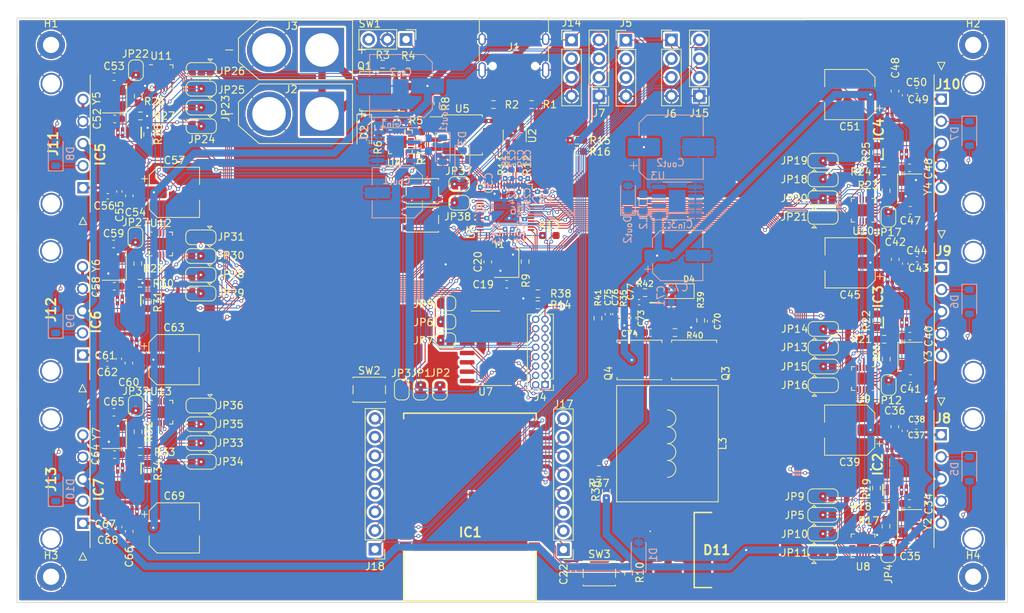
<source format=kicad_pcb>
(kicad_pcb (version 20221018) (generator pcbnew)

  (general
    (thickness 1.6)
  )

  (paper "A4")
  (layers
    (0 "F.Cu" signal)
    (31 "B.Cu" signal)
    (32 "B.Adhes" user "B.Adhesive")
    (33 "F.Adhes" user "F.Adhesive")
    (34 "B.Paste" user)
    (35 "F.Paste" user)
    (36 "B.SilkS" user "B.Silkscreen")
    (37 "F.SilkS" user "F.Silkscreen")
    (38 "B.Mask" user)
    (39 "F.Mask" user)
    (40 "Dwgs.User" user "User.Drawings")
    (41 "Cmts.User" user "User.Comments")
    (42 "Eco1.User" user "User.Eco1")
    (43 "Eco2.User" user "User.Eco2")
    (44 "Edge.Cuts" user)
    (45 "Margin" user)
    (46 "B.CrtYd" user "B.Courtyard")
    (47 "F.CrtYd" user "F.Courtyard")
    (48 "B.Fab" user)
    (49 "F.Fab" user)
    (50 "User.1" user)
    (51 "User.2" user)
    (52 "User.3" user)
    (53 "User.4" user)
    (54 "User.5" user)
    (55 "User.6" user)
    (56 "User.7" user)
    (57 "User.8" user)
    (58 "User.9" user)
  )

  (setup
    (stackup
      (layer "F.SilkS" (type "Top Silk Screen"))
      (layer "F.Paste" (type "Top Solder Paste"))
      (layer "F.Mask" (type "Top Solder Mask") (thickness 0.01))
      (layer "F.Cu" (type "copper") (thickness 0.035))
      (layer "dielectric 1" (type "core") (thickness 1.51) (material "FR4") (epsilon_r 4.5) (loss_tangent 0.02))
      (layer "B.Cu" (type "copper") (thickness 0.035))
      (layer "B.Mask" (type "Bottom Solder Mask") (thickness 0.01))
      (layer "B.Paste" (type "Bottom Solder Paste"))
      (layer "B.SilkS" (type "Bottom Silk Screen"))
      (copper_finish "None")
      (dielectric_constraints no)
    )
    (pad_to_mask_clearance 0)
    (pcbplotparams
      (layerselection 0x00010fc_ffffffff)
      (plot_on_all_layers_selection 0x0000000_00000000)
      (disableapertmacros false)
      (usegerberextensions false)
      (usegerberattributes true)
      (usegerberadvancedattributes true)
      (creategerberjobfile true)
      (dashed_line_dash_ratio 12.000000)
      (dashed_line_gap_ratio 3.000000)
      (svgprecision 4)
      (plotframeref false)
      (viasonmask false)
      (mode 1)
      (useauxorigin false)
      (hpglpennumber 1)
      (hpglpenspeed 20)
      (hpglpendiameter 15.000000)
      (dxfpolygonmode true)
      (dxfimperialunits true)
      (dxfusepcbnewfont true)
      (psnegative false)
      (psa4output false)
      (plotreference true)
      (plotvalue true)
      (plotinvisibletext false)
      (sketchpadsonfab false)
      (subtractmaskfromsilk false)
      (outputformat 1)
      (mirror false)
      (drillshape 1)
      (scaleselection 1)
      (outputdirectory "")
    )
  )

  (net 0 "")
  (net 1 "GND")
  (net 2 "Net-(BOOT_{RP}1-Pad2)")
  (net 3 "Net-(C19-Pad2)")
  (net 4 "/X_{IN}")
  (net 5 "+3V3")
  (net 6 "RESET_{ESP}")
  (net 7 "+1V1")
  (net 8 "Net-(C34-Pad2)")
  (net 9 "/Motor Driver/MOTOR1/X_{IN}")
  (net 10 "Net-(C40-Pad2)")
  (net 11 "/Motor Driver/MOTOR2/X_{IN}")
  (net 12 "Net-(C46-Pad2)")
  (net 13 "/Motor Driver/MOTOR3/X_{IN}")
  (net 14 "Net-(C52-Pad2)")
  (net 15 "/Motor Driver/MOTOR4/X_{IN}")
  (net 16 "Net-(C58-Pad2)")
  (net 17 "/Motor Driver/MOTOR5/X_{IN}")
  (net 18 "Net-(C64-Pad2)")
  (net 19 "/Motor Driver/MOTOR6/X_{IN}")
  (net 20 "VDC")
  (net 21 "+5V")
  (net 22 "Net-(D_{out}1-K)")
  (net 23 "Net-(D_{out}2-K)")
  (net 24 "Net-(J1-CC1)")
  (net 25 "D_{USB}+")
  (net 26 "D_{USB}-")
  (net 27 "unconnected-(J1-SBU1-PadA8)")
  (net 28 "Net-(J1-CC2)")
  (net 29 "unconnected-(J1-SBU2-PadB8)")
  (net 30 "/Motor Driver/MOTOR1/~{FAULT_{CH32}}")
  (net 31 "/Motor Driver/MOTOR1/~{FAULT}")
  (net 32 "IN1_{MOTOR1}")
  (net 33 "/Motor Driver/MOTOR1/IN1")
  (net 34 "/Motor Driver/MOTOR1/IN1_{CH32}")
  (net 35 "IN2_{MOTOR1}")
  (net 36 "/Motor Driver/MOTOR1/IN2")
  (net 37 "/Motor Driver/MOTOR1/IN2_{CH32}")
  (net 38 "~{SLEEP_{MOTOR1}}")
  (net 39 "/Motor Driver/MOTOR1/~{SLEEP}")
  (net 40 "/Motor Driver/MOTOR1/~{SLEEP_{CH32}}")
  (net 41 "SERVO_{MOTOR1}")
  (net 42 "/Motor Driver/MOTOR1/SERVO")
  (net 43 "/Motor Driver/MOTOR1/SERVO_{CH32}")
  (net 44 "/Motor Driver/MOTOR2/~{FAULT_{CH32}}")
  (net 45 "/Motor Driver/MOTOR2/~{FAULT}")
  (net 46 "IN1_{MOTOR2}")
  (net 47 "/Motor Driver/MOTOR2/IN1")
  (net 48 "/Motor Driver/MOTOR2/IN1_{CH32}")
  (net 49 "IN2_{MOTOR2}")
  (net 50 "/Motor Driver/MOTOR2/IN2")
  (net 51 "/Motor Driver/MOTOR2/IN2_{CH32}")
  (net 52 "~{SLEEP_{MOTOR2}}")
  (net 53 "/Motor Driver/MOTOR2/~{SLEEP}")
  (net 54 "/Motor Driver/MOTOR2/~{SLEEP_{CH32}}")
  (net 55 "SERVO_{MOTOR2}")
  (net 56 "/Motor Driver/MOTOR2/SERVO")
  (net 57 "/Motor Driver/MOTOR2/SERVO_{CH32}")
  (net 58 "/Motor Driver/MOTOR3/~{FAULT_{CH32}}")
  (net 59 "/Motor Driver/MOTOR3/~{FAULT}")
  (net 60 "IN1_{MOTOR3}")
  (net 61 "/Motor Driver/MOTOR3/IN1")
  (net 62 "/Motor Driver/MOTOR3/IN1_{CH32}")
  (net 63 "IN2_{MOTOR3}")
  (net 64 "/Motor Driver/MOTOR3/IN2")
  (net 65 "/Motor Driver/MOTOR3/IN2_{CH32}")
  (net 66 "~{SLEEP_{MOTOR3}}")
  (net 67 "/Motor Driver/MOTOR3/~{SLEEP}")
  (net 68 "/Motor Driver/MOTOR3/~{SLEEP_{CH32}}")
  (net 69 "SERVO_{MOTOR3}")
  (net 70 "/Motor Driver/MOTOR3/SERVO")
  (net 71 "/Motor Driver/MOTOR3/SERVO_{CH32}")
  (net 72 "/Motor Driver/MOTOR4/~{FAULT_{CH32}}")
  (net 73 "/Motor Driver/MOTOR4/~{FAULT}")
  (net 74 "IN1_{MOTOR4}")
  (net 75 "/Motor Driver/MOTOR4/IN1")
  (net 76 "/Motor Driver/MOTOR4/IN1_{CH32}")
  (net 77 "IN2_{MOTOR4}")
  (net 78 "/Motor Driver/MOTOR4/IN2")
  (net 79 "/Motor Driver/MOTOR4/IN2_{CH32}")
  (net 80 "~{SLEEP_{MOTOR4}}")
  (net 81 "/Motor Driver/MOTOR4/~{SLEEP}")
  (net 82 "/Motor Driver/MOTOR4/~{SLEEP_{CH32}}")
  (net 83 "SERVO_{MOTOR4}")
  (net 84 "/Motor Driver/MOTOR4/SERVO")
  (net 85 "/Motor Driver/MOTOR4/SERVO_{CH32}")
  (net 86 "/Motor Driver/MOTOR5/~{FAULT_{CH32}}")
  (net 87 "/Motor Driver/MOTOR5/~{FAULT}")
  (net 88 "IN1_{MOTOR5}")
  (net 89 "/Motor Driver/MOTOR5/IN1")
  (net 90 "/Motor Driver/MOTOR5/IN1_{CH32}")
  (net 91 "IN2_{MOTOR5}")
  (net 92 "/Motor Driver/MOTOR5/IN2")
  (net 93 "/Motor Driver/MOTOR5/IN2_{CH32}")
  (net 94 "~{SLEEP_{MOTOR5}}")
  (net 95 "/Motor Driver/MOTOR5/~{SLEEP}")
  (net 96 "/Motor Driver/MOTOR5/~{SLEEP_{CH32}}")
  (net 97 "SERVO_{MOTOR5}")
  (net 98 "/Motor Driver/MOTOR5/SERVO")
  (net 99 "/Motor Driver/MOTOR5/SERVO_{CH32}")
  (net 100 "/Motor Driver/MOTOR6/~{FAULT_{CH32}}")
  (net 101 "/Motor Driver/MOTOR6/~{FAULT}")
  (net 102 "IN1_{MOTOR6}")
  (net 103 "/Motor Driver/MOTOR6/IN1")
  (net 104 "/Motor Driver/MOTOR6/IN1_{CH32}")
  (net 105 "IN2_{MOTOR6}")
  (net 106 "/Motor Driver/MOTOR6/IN2")
  (net 107 "/Motor Driver/MOTOR6/IN2_{CH32}")
  (net 108 "~{SLEEP_{MOTOR6}}")
  (net 109 "/Motor Driver/MOTOR6/~{SLEEP}")
  (net 110 "/Motor Driver/MOTOR6/~{SLEEP_{CH32}}")
  (net 111 "SERVO_{MOTOR6}")
  (net 112 "/Motor Driver/MOTOR6/SERVO")
  (net 113 "/Motor Driver/MOTOR6/SERVO_{CH32}")
  (net 114 "Net-(IC8-VSW)")
  (net 115 "+7.5V")
  (net 116 "Net-(Q1-G)")
  (net 117 "+BATT")
  (net 118 "Net-(R4-Pad2)")
  (net 119 "/CS_{QSPI}")
  (net 120 "/X_{OUT}")
  (net 121 "/D+")
  (net 122 "/D-")
  (net 123 "/RUN")
  (net 124 "/Motor Driver/MOTOR1/X_{OUT}")
  (net 125 "/Motor Driver/MOTOR2/X_{OUT}")
  (net 126 "/Motor Driver/MOTOR3/X_{OUT}")
  (net 127 "/Motor Driver/MOTOR4/X_{OUT}")
  (net 128 "/Motor Driver/MOTOR5/X_{OUT}")
  (net 129 "/Motor Driver/MOTOR6/X_{OUT}")
  (net 130 "unconnected-(U4-PA1-Pad2)")
  (net 131 "unconnected-(U4-PA2-Pad3)")
  (net 132 "unconnected-(U4-PD0-Pad5)")
  (net 133 "unconnected-(U4-PC0-Pad7)")
  (net 134 "SDA_{I2C}")
  (net 135 "SCL_{I2C}")
  (net 136 "unconnected-(U4-PC3-Pad10)")
  (net 137 "/Power Supply/V_{BATT}")
  (net 138 "unconnected-(U4-PC5-Pad12)")
  (net 139 "Net-(IC2-CPL)")
  (net 140 "unconnected-(U4-PC7-Pad14)")
  (net 141 "SWIO_{Power Supply}")
  (net 142 "unconnected-(U4-PD2-Pad16)")
  (net 143 "unconnected-(U4-PD3-Pad17)")
  (net 144 "unconnected-(U4-PD4-Pad18)")
  (net 145 "unconnected-(U4-PD5-Pad19)")
  (net 146 "unconnected-(U4-PD6-Pad20)")
  (net 147 "/SD1_{QSPI}")
  (net 148 "/SD2_{QSPI}")
  (net 149 "/SD0_{QSPI}")
  (net 150 "/SCLK_{QSPI}")
  (net 151 "/SD3_{QSPI}")
  (net 152 "TX_{UART}")
  (net 153 "RX_{UART}")
  (net 154 "/CLK_{SWD}")
  (net 155 "/DIO_{SWD}")
  (net 156 "SWIO")
  (net 157 "/INH")
  (net 158 "unconnected-(U8-PC7-Pad14)")
  (net 159 "unconnected-(U8-PD0-Pad5)")
  (net 160 "unconnected-(U8-PC0-Pad7)")
  (net 161 "unconnected-(U8-PC3-Pad10)")
  (net 162 "/Motor Driver/MOTOR1/I_{PROPI}")
  (net 163 "unconnected-(U8-PC5-Pad12)")
  (net 164 "/Motor Driver/MOTOR1/WS2812")
  (net 165 "SWIO_{MOTOR1}")
  (net 166 "unconnected-(U8-PD6-Pad20)")
  (net 167 "unconnected-(U9-PC7-Pad14)")
  (net 168 "unconnected-(U9-PD0-Pad5)")
  (net 169 "unconnected-(U9-PC0-Pad7)")
  (net 170 "unconnected-(U9-PC3-Pad10)")
  (net 171 "/Motor Driver/MOTOR2/I_{PROPI}")
  (net 172 "unconnected-(U9-PC5-Pad12)")
  (net 173 "/Motor Driver/MOTOR2/WS2812")
  (net 174 "SWIO_{MOTOR2}")
  (net 175 "unconnected-(U9-PD6-Pad20)")
  (net 176 "unconnected-(U10-PC7-Pad14)")
  (net 177 "unconnected-(U10-PD0-Pad5)")
  (net 178 "unconnected-(U10-PC0-Pad7)")
  (net 179 "unconnected-(U10-PC3-Pad10)")
  (net 180 "/Motor Driver/MOTOR3/I_{PROPI}")
  (net 181 "unconnected-(U10-PC5-Pad12)")
  (net 182 "/Motor Driver/MOTOR3/WS2812")
  (net 183 "SWIO_{MOTOR3}")
  (net 184 "unconnected-(U10-PD6-Pad20)")
  (net 185 "unconnected-(U11-PC7-Pad14)")
  (net 186 "unconnected-(U11-PD0-Pad5)")
  (net 187 "unconnected-(U11-PC0-Pad7)")
  (net 188 "unconnected-(U11-PC3-Pad10)")
  (net 189 "/Motor Driver/MOTOR4/I_{PROPI}")
  (net 190 "unconnected-(U11-PC5-Pad12)")
  (net 191 "/Motor Driver/MOTOR4/WS2812")
  (net 192 "SWIO_{MOTOR4}")
  (net 193 "unconnected-(U11-PD6-Pad20)")
  (net 194 "unconnected-(U12-PC7-Pad14)")
  (net 195 "unconnected-(U12-PD0-Pad5)")
  (net 196 "unconnected-(U12-PC0-Pad7)")
  (net 197 "unconnected-(U12-PC3-Pad10)")
  (net 198 "/Motor Driver/MOTOR5/I_{PROPI}")
  (net 199 "unconnected-(U12-PC5-Pad12)")
  (net 200 "/Motor Driver/MOTOR5/WS2812")
  (net 201 "SWIO_{MOTOR5}")
  (net 202 "unconnected-(U12-PD6-Pad20)")
  (net 203 "unconnected-(U13-PC7-Pad14)")
  (net 204 "unconnected-(U13-PD0-Pad5)")
  (net 205 "unconnected-(U13-PC0-Pad7)")
  (net 206 "unconnected-(U13-PC3-Pad10)")
  (net 207 "/Motor Driver/MOTOR6/I_{PROPI}")
  (net 208 "unconnected-(U13-PC5-Pad12)")
  (net 209 "/Motor Driver/MOTOR6/WS2812")
  (net 210 "SWIO_{MOTOR6}")
  (net 211 "unconnected-(U13-PD6-Pad20)")
  (net 212 "Net-(IC2-CPH)")
  (net 213 "Net-(IC2-VCP)")
  (net 214 "Net-(IC3-CPL)")
  (net 215 "Net-(IC3-CPH)")
  (net 216 "Net-(IC3-VCP)")
  (net 217 "Net-(IC4-CPL)")
  (net 218 "Net-(IC4-CPH)")
  (net 219 "Net-(IC4-VCP)")
  (net 220 "Net-(IC5-CPL)")
  (net 221 "Net-(IC5-CPH)")
  (net 222 "Net-(IC5-VCP)")
  (net 223 "Net-(IC6-CPL)")
  (net 224 "Net-(IC6-CPH)")
  (net 225 "Net-(IC6-VCP)")
  (net 226 "Net-(IC7-CPL)")
  (net 227 "Net-(IC7-CPH)")
  (net 228 "Net-(IC7-VCP)")
  (net 229 "Net-(D4-K)")
  (net 230 "VDD")
  (net 231 "Net-(IC8-CS)")
  (net 232 "Net-(C74-Pad1)")
  (net 233 "Net-(C75-Pad1)")
  (net 234 "Net-(IC8-COMP{slash}EN)")
  (net 235 "SDA_{I2CEXT}")
  (net 236 "SCL_{I2CEXT}")
  (net 237 "ESP_{IO4}")
  (net 238 "ESP_{IO5}")
  (net 239 "ESP_{IO6}")
  (net 240 "ESP_{IO7}")
  (net 241 "ESP_{IO8}")
  (net 242 "ESP_{IO10}")
  (net 243 "ESP_{IO11}")
  (net 244 "ESP_{IO12}")
  (net 245 "ESP_{IO13}")
  (net 246 "ESP_{IO15}")
  (net 247 "ESP_{IO18}")
  (net 248 "ESP_{IO19}")
  (net 249 "ESP_{IO20}")
  (net 250 "ESP_{IO21}")
  (net 251 "ESP_{IO22}")
  (net 252 "ESP_{IO23}")
  (net 253 "Net-(IC1-RXD0)")
  (net 254 "Net-(IC1-TXD0)")
  (net 255 "BOOT_{ESP}")
  (net 256 "/A")
  (net 257 "/B")
  (net 258 "/C")
  (net 259 "Net-(JP37-A)")
  (net 260 "Net-(JP38-A)")
  (net 261 "Net-(IC8-LSD)")
  (net 262 "Net-(IC8-HSD)")
  (net 263 "Net-(IC2-IMODE)")
  (net 264 "Net-(IC3-IMODE)")
  (net 265 "Net-(IC4-IMODE)")
  (net 266 "Net-(IC5-IMODE)")
  (net 267 "Net-(IC6-IMODE)")
  (net 268 "Net-(IC7-IMODE)")
  (net 269 "/Power Supply/feedback")
  (net 270 "/Motor Driver/MOTOR1/OUT1")
  (net 271 "/Motor Driver/MOTOR1/OUT2")
  (net 272 "/Motor Driver/MOTOR2/OUT1")
  (net 273 "/Motor Driver/MOTOR2/OUT2")
  (net 274 "/Motor Driver/MOTOR3/OUT1")
  (net 275 "/Motor Driver/MOTOR3/OUT2")
  (net 276 "/Motor Driver/MOTOR4/OUT1")
  (net 277 "/Motor Driver/MOTOR4/OUT2")
  (net 278 "/Motor Driver/MOTOR5/OUT1")
  (net 279 "/Motor Driver/MOTOR5/OUT2")
  (net 280 "/Motor Driver/MOTOR6/OUT1")
  (net 281 "/Motor Driver/MOTOR6/OUT2")
  (net 282 "unconnected-(IC1-NC-Pad22)")
  (net 283 "RX_{EXT}")
  (net 284 "TX_{EXT}")
  (net 285 "unconnected-(U4-PC4-Pad11)")
  (net 286 "Net-(IC8-VIN)")
  (net 287 "Net-(Q3-D)")
  (net 288 "Net-(D5-A)")
  (net 289 "Net-(D6-A)")
  (net 290 "Net-(D7-A)")
  (net 291 "Net-(D8-A)")
  (net 292 "Net-(D9-A)")
  (net 293 "Net-(D10-A)")
  (net 294 "unconnected-(U4-PC6-Pad13)")
  (net 295 "Net-(D11-A1)")
  (net 296 "D_{USBP}+")
  (net 297 "D_{USBP}-")

  (footprint "Capacitor_SMD:C_0402_1005Metric_Pad0.74x0.62mm_HandSolder" (layer "F.Cu") (at 260.7525 40.4829 90))

  (footprint "Crystal:Crystal_SMD_3225-4Pin_3.2x2.5mm" (layer "F.Cu") (at 153.37 40.8671 90))

  (footprint "Capacitor_SMD:C_0603_1608Metric_Pad1.08x0.95mm_HandSolder" (layer "F.Cu") (at 153.33 66.4271))

  (footprint "Crystal:Crystal_SMD_3225-4Pin_3.2x2.5mm" (layer "F.Cu") (at 153.31 63.5971 90))

  (footprint "Capacitor_SMD:C_0603_1608Metric_Pad1.08x0.95mm_HandSolder" (layer "F.Cu") (at 259.4275 62.7654 90))

  (footprint "Capacitor_SMD:C_0603_1608Metric_Pad1.08x0.95mm_HandSolder" (layer "F.Cu") (at 261.36 95.9229 180))

  (footprint "Resistor_SMD:R_0603_1608Metric_Pad0.98x0.95mm_HandSolder" (layer "F.Cu") (at 189.785 36.24))

  (footprint "Resistor_SMD:R_0603_1608Metric_Pad0.98x0.95mm_HandSolder" (layer "F.Cu") (at 257.87 96.3429))

  (footprint "MIC2169BYMME:SOP50P490X104-11N" (layer "F.Cu") (at 228.99 70.15))

  (footprint "Resistor_SMD:R_0603_1608Metric_Pad0.98x0.95mm_HandSolder" (layer "F.Cu") (at 225.4425 67.29))

  (footprint "Package_DFN_QFN:QFN-20-1EP_3x3mm_P0.4mm_EP1.65x1.65mm" (layer "F.Cu") (at 159.6975 37.9371))

  (footprint "Capacitor_SMD:C_0402_1005Metric_Pad0.74x0.62mm_HandSolder" (layer "F.Cu") (at 153.9575 76.2771 -90))

  (footprint "Crystal:Crystal_SMD_3225-4Pin_3.2x2.5mm" (layer "F.Cu") (at 206.64 63.21 90))

  (footprint "Capacitor_SMD:C_0402_1005Metric_Pad0.74x0.62mm_HandSolder" (layer "F.Cu") (at 223.86 70.71 -90))

  (footprint "Capacitor_SMD:C_0402_1005Metric_Pad0.74x0.62mm_HandSolder" (layer "F.Cu") (at 262.38 62.7354))

  (footprint "Resistor_SMD:R_0603_1608Metric_Pad0.98x0.95mm_HandSolder" (layer "F.Cu") (at 209.14 63.07 -90))

  (footprint "Capacitor_SMD:CP_Elec_6.3x5.4" (layer "F.Cu") (at 161.4475 76.3871))

  (footprint "Resistor_SMD:R_0603_1608Metric_Pad0.98x0.95mm_HandSolder" (layer "F.Cu") (at 204.85 41.73 180))

  (footprint "Jumper:SolderJumper-2_P1.3mm_Open_RoundedPad1.0x1.5mm" (layer "F.Cu") (at 156.2475 82.6571 -90))

  (footprint "Connector_PinHeader_2.54mm:PinHeader_1x04_P2.54mm_Vertical" (layer "F.Cu") (at 232.81 40.57 180))

  (footprint "Jumper:SolderJumper-3_P1.3mm_Bridged12_RoundedPad1.0x1.5mm" (layer "F.Cu") (at 249.6575 72.2154))

  (footprint "Capacitor_SMD:C_0402_1005Metric_Pad0.74x0.62mm_HandSolder" (layer "F.Cu") (at 215.68 105.13 -90))

  (footprint "Resistor_SMD:R_0603_1608Metric_Pad0.98x0.95mm_HandSolder" (layer "F.Cu") (at 189.2475 44.77 -90))

  (footprint "Jumper:SolderJumper-2_P1.3mm_Open_RoundedPad1.0x1.5mm" (layer "F.Cu") (at 258.4825 102.5529 90))

  (footprint "Button_Switch_SMD:SW_SPST_PTS810" (layer "F.Cu") (at 195.19 57.36))

  (footprint "Package_DFN_QFN:QFN-20-1EP_3x3mm_P0.4mm_EP1.65x1.65mm" (layer "F.Cu") (at 159.6775 83.5271))

  (footprint "Capacitor_SMD:CP_Elec_6.3x5.4" (layer "F.Cu") (at 161.5075 53.6571))

  (footprint "Jumper:SolderJumper-2_P1.3mm_Open_RoundedPad1.0x1.5mm" (layer "F.Cu") (at 156.2675 37.0671 -90))

  (footprint "Jumper:SolderJumper-2_P1.3mm_Open_RoundedPad1.0x1.5mm" (layer "F.Cu") (at 156.2075 59.7971 -90))

  (footprint "Resistor_SMD:R_0603_1608Metric_Pad0.98x0.95mm_HandSolder" (layer "F.Cu") (at 191.6875 43.86 180))

  (footprint "DRV8874PWPR:SOP65P640X120-17N" (layer "F.Cu") (at 260.66 68.4054 90))

  (footprint "Jumper:SolderJumper-3_P1.3mm_Bridged12_RoundedPad1.0x1.5mm" (layer "F.Cu") (at 249.6475 79.8554))

  (footprint "MountingHole:MountingHole_2.2mm_M2_DIN965_Pad" (layer "F.Cu") (at 144.74 105.88))

  (footprint "Resistor_SMD:R_0603_1608Metric_Pad0.98x0.95mm_HandSolder" (layer "F.Cu") (at 219.04 70.76 -90))

  (footprint "Jumper:SolderJumper-2_P1.3mm_Bridged_RoundedPad1.0x1.5mm" (layer "F.Cu") (at 200.19 52.53 180))

  (footprint "ESP32-C6-WROOM:ESP32C6WROOM1N4" (layer "F.Cu") (at 201.65 96.41 180))

  (footprint "Resistor_SMD:R_0603_1608Metric_Pad0.98x0.95mm_HandSolder" (layer "F.Cu") (at 156.86 88.8671 180))

  (footprint "Jumper:SolderJumper-2_P1.3mm_Open_RoundedPad1.0x1.5mm" (layer "F.Cu") (at 198.32 71.24))

  (footprint "Capacitor_SMD:C_0603_1608Metric_Pad1.08x0.95mm_HandSolder" (layer "F.Cu") (at 155.3175 76.8571 -90))

  (footprint "Capacitor_SMD:C_0402_1005Metric_Pad0.74x0.62mm_HandSolder" (layer "F.Cu") (at 234.26 71.18 -90))

  (footprint "Capacitor_SMD:C_0603_1608Metric_Pad1.08x0.95mm_HandSolder" (layer "F.Cu") (at 155.3775 54.1271 -90))

  (footprint "Resistor_SMD:R_0603_1608Metric_Pad0.98x0.95mm_HandSolder" (layer "F.Cu")
    (tstamp 40d42b6d-173b-495e-8117-45bd31622e59)
    (at 233 71.05 -90)
    (descr "Resistor SMD 0603 (1608 Metric), square (rectangular) end terminal, IPC_7351 nominal with elongated pad for handsoldering. (Body size source: IPC-SM-782 page 72, https://www.pcb-3d.com/wordpress/wp-content/uploads/ipc-sm-782a_amendment_1_and_2.pdf), generated with kicad-footprint-generator")
    (tags "resistor handsolder")
    (property "Field2" "")
    (property "LCSC" "C22977")
    (property "Sheetfile" "power_supply.kicad_sch")
    (property "Sheetname" "Power Supply")
    (property "ki_description" "Resistor")
    (property "ki_keywords" "R res resistor")
    (path "/0340a110-e18f-4548-a23c-1f7d052b8221/cdc6b59b-9570-4074-8c70-82fff082a383")
    (attr smd)
    (fp_text reference "R39" (at -2.78 -0.01 90) (layer "F.SilkS")
        (effects (font (size 0.8 0.8) (thickness 0.15)))
      (tstamp 44436ebb-6f3a-4f9a-b651-e30b096db542)
    )
    (fp_text value "2Ω" (at 0 1.43 90) (layer "F.Fab")
        (effects (font (size 1 1) (thickness 0.15)))
      (tstamp ced0294b-13c0-4ceb-8aad-276148c73c2f)
    )
    (fp_text user "${REFERENCE}" (at 0 0 90) (layer "F.Fab")
        (effects (font (size 0.4 0.4) (thickness 0.06)))
      (tstamp a904467c-fcf6-457f-9f5e-44fda5de6d74)
    )
    (fp_line (start -0.254724 -0.5225) (end 0.254724 -0.5225)
      (stroke (width 0.12) (type solid)) (layer "F.SilkS") (tstamp c05157f3-883a-4d33-a60f-cd7f3d5eb9f3))
    (fp_line (start -0.254724 0.5225) (end 0.254724 0.5225)
      (stroke (width 0.12) (type solid)) (layer "F.SilkS") (tstamp 13aec8e5-71d4-4d50-bcd5-e2534753624c))
    (fp_line (start -1.65 -0.73) (end 1.65 -0.73)
      (stroke (width 0.05) (type solid)) (layer "F.CrtYd") (tstamp 0fd96450-0609-4332-8b14-afc27b8d6760))
    (fp_line (start -1.65 0.73) (end -1.65 -0.73)
      (stroke (width 0.05) (type solid)) (layer "F.CrtYd") (tstamp 6ccc25fa-a9ff-4af3-ab02-b0945ecd871f))
    (fp_line (start 1.65 -0.73) (end 1.65 0.73)
      (stroke (width 0.05) (type solid)) (layer "F.CrtYd") (tstamp 2cec087b-b11e-44b4-b4ce-d749864c7e5e))
    (fp_lin
... [2334632 chars truncated]
</source>
